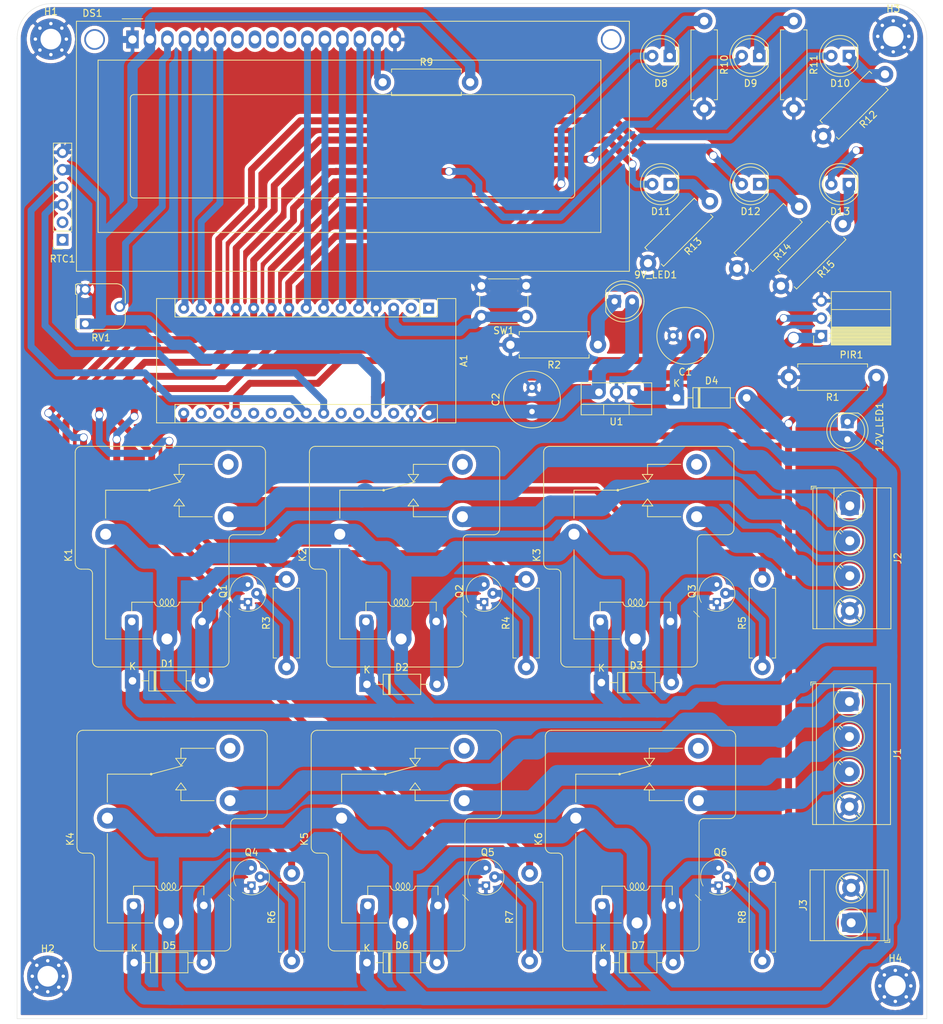
<source format=kicad_pcb>
(kicad_pcb (version 20211014) (generator pcbnew)
  (layers (0 "F.Cu" mixed) (31 "B.Cu" mixed) (34 "B.Paste" user) (35 "F.Paste" user) (36 "B.SilkS" user "B.Silkscreen") (37 "F.SilkS" user "F.Silkscreen") (38 "B.Mask" user) (39 "F.Mask" user) (44 "Edge.Cuts" user))
  (net 0 "")
  (net 1 "VCC")
  (net 2 "Net-(12V_LED1-Pad1)")
  (net 3 "Net-(9V_LED1-Pad1)")
  (net 4 "+9V")
  (net 5 "Net-(A1-Pad1)")
  (net 6 "Net-(A1-Pad17)")
  (net 7 "Net-(A1-Pad2)")
  (net 8 "Net-(A1-Pad18)")
  (net 9 "Net-(A1-Pad3)")
  (net 10 "/PIR_OUTPUT")
  (net 11 "GND")
  (net 12 "Net-(A1-Pad20)")
  (net 13 "/pin2")
  (net 14 "Net-(A1-Pad21)")
  (net 15 "/pin3")
  (net 16 "Net-(A1-Pad22)")
  (net 17 "/pin4")
  (net 18 "/SDA")
  (net 19 "/pin5")
  (net 20 "/SCL")
  (net 21 "/INPUT_1")
  (net 22 "Net-(A1-Pad25)")
  (net 23 "/INPUT_2")
  (net 24 "Net-(A1-Pad26)")
  (net 25 "/INPUT_3")
  (net 26 "+5V")
  (net 27 "/INPUT_4")
  (net 28 "Net-(A1-Pad28)")
  (net 29 "/INPUT_5")
  (net 30 "/pin11")
  (net 31 "/pin12")
  (net 32 "/INPUT_6")
  (net 33 "Net-(C1-Pad1)")
  (net 34 "Net-(D1-Pad2)")
  (net 35 "Net-(D2-Pad2)")
  (net 36 "Net-(D3-Pad2)")
  (net 37 "Net-(D5-Pad2)")
  (net 38 "Net-(D6-Pad2)")
  (net 39 "Net-(D7-Pad2)")
  (net 40 "Net-(D8-Pad1)")
  (net 41 "Net-(D9-Pad1)")
  (net 42 "Net-(D10-Pad1)")
  (net 43 "Net-(D11-Pad1)")
  (net 44 "Net-(D12-Pad1)")
  (net 45 "Net-(D13-Pad1)")
  (net 46 "/LCD_VO")
  (net 47 "Net-(DS1-Pad7)")
  (net 48 "Net-(DS1-Pad8)")
  (net 49 "Net-(DS1-Pad9)")
  (net 50 "Net-(DS1-Pad10)")
  (net 51 "Net-(DS1-Pad15)")
  (net 52 "Net-(K1-Pad12)")
  (net 53 "Net-(K2-Pad12)")
  (net 54 "Net-(K3-Pad12)")
  (net 55 "Net-(K5-Pad12)")
  (net 56 "Net-(K6-Pad12)")
  (net 57 "Net-(Q1-Pad2)")
  (net 58 "Net-(Q2-Pad2)")
  (net 59 "Net-(Q3-Pad2)")
  (net 60 "Net-(Q4-Pad2)")
  (net 61 "Net-(Q5-Pad2)")
  (net 62 "Net-(Q6-Pad2)")
  (net 63 "/32K")
  (net 64 "/SQW")
  (net 65 "Net-(K4-Pad12)")
  (net 66 "/RED_2")
  (net 67 "/AMBER_2")
  (net 68 "/GREEN_2")
  (net 69 "/GREEN_1")
  (net 70 "/AMBER_1")
  (net 71 "/RED_1")
  (footprint "LED_THT:LED_D5.0mm_Clear" (layer "F.Cu") (at 154.85 88.152 -90)
    (fp_text reference "12V_LED1")
    (fp_text value "LED_Small")
  )
  (footprint "LED_THT:LED_D5.0mm_Clear" (layer "F.Cu") (at 121.05 70.652)
    (fp_text reference "9V_LED1")
    (fp_text value "LED_Small")
  )
  (footprint "Capacitor_THT:C_Radial_D8.0mm_H11.5mm_P3.50mm" (layer "F.Cu") (at 109.05 86.652 90)
    (fp_text reference "C2")
    (fp_text value "C_Small")
  )
  (footprint "Diode_THT:D_DO-41_SOD81_P10.16mm_Horizontal" (layer "F.Cu") (at 51.054 125.73)
    (fp_text reference "D1")
    (fp_text value "1N4007")
  )
  (footprint "Diode_THT:D_DO-41_SOD81_P10.16mm_Horizontal" (layer "F.Cu") (at 85.09 126.238)
    (fp_text reference "D2")
    (fp_text value "1N4007")
  )
  (footprint "Diode_THT:D_DO-41_SOD81_P10.16mm_Horizontal" (layer "F.Cu") (at 119.126 125.984)
    (fp_text reference "D3")
    (fp_text value "1N4007")
  )
  (footprint "Diode_THT:D_DO-41_SOD81_P10.16mm_Horizontal" (layer "F.Cu") (at 130.05 84.652)
    (fp_text reference "D4")
    (fp_text value "1N4007")
  )
  (footprint "Diode_THT:D_DO-41_SOD81_P10.16mm_Horizontal" (layer "F.Cu") (at 51.304 166.624)
    (fp_text reference "D5")
    (fp_text value "1N4007")
  )
  (footprint "Diode_THT:D_DO-41_SOD81_P10.16mm_Horizontal" (layer "F.Cu") (at 85.09 166.624)
    (fp_text reference "D6")
    (fp_text value "1N4007")
  )
  (footprint "Diode_THT:D_DO-41_SOD81_P10.16mm_Horizontal" (layer "F.Cu") (at 119.38 166.624)
    (fp_text reference "D7")
    (fp_text value "1N4007")
  )
  (footprint "LED_THT:LED_D5.0mm_Clear" (layer "F.Cu") (at 129.05 35.052 180)
    (fp_text reference "D8")
    (fp_text value "LED_Small")
  )
  (footprint "LED_THT:LED_D5.0mm_Clear" (layer "F.Cu") (at 142.05 35.052 180)
    (fp_text reference "D9")
    (fp_text value "LED_Small")
  )
  (footprint "LED_THT:LED_D5.0mm_Clear" (layer "F.Cu") (at 155.05 35.052 180)
    (fp_text reference "D10")
    (fp_text value "LED_Small")
  )
  (footprint "LED_THT:LED_D5.0mm_Clear" (layer "F.Cu") (at 129.05 53.652 180)
    (fp_text reference "D11")
    (fp_text value "LED_Small")
  )
  (footprint "LED_THT:LED_D5.0mm_Clear" (layer "F.Cu") (at 142.05 53.652 180)
    (fp_text reference "D12")
    (fp_text value "LED_Small")
  )
  (footprint "LED_THT:LED_D5.0mm_Clear" (layer "F.Cu") (at 155.05 53.652 180)
    (fp_text reference "D13")
    (fp_text value "LED_Small")
  )
  (footprint "Display:WC1602A" (layer "F.Cu") (at 51.05 32.652)
    (fp_text reference "DS1")
    (fp_text value "WC1602A")
  )
  (footprint "TerminalBlock_Phoenix:TerminalBlock_Phoenix_MKDS-3-4-5.08_1x04_P5.08mm_Horizontal" (layer "F.Cu") (at 155.14 128.74 -90)
    (fp_text reference "J1")
    (fp_text value "Conn_01x04_Female")
  )
  (footprint "TerminalBlock_Phoenix:TerminalBlock_Phoenix_MKDS-3-4-5.08_1x04_P5.08mm_Horizontal" (layer "F.Cu") (at 155.194 100.33 -90)
    (fp_text reference "J2")
    (fp_text value "Conn_01x04_Female")
  )
  (footprint "TerminalBlock_Phoenix:TerminalBlock_Phoenix_MKDS-3-2-5.08_1x02_P5.08mm_Horizontal" (layer "F.Cu") (at 155.39 160.84 90)
    (fp_text reference "J3")
    (fp_text value "Conn_01x02_Female")
  )
  (footprint "Relay_THT:Relay_SPDT_RAYEX-L90" (layer "F.Cu") (at 56.05 119.652 90)
    (fp_text reference "K1")
    (fp_text value "RAYEX-L90")
  )
  (footprint "Relay_THT:Relay_SPDT_RAYEX-L90" (layer "F.Cu") (at 90.05 119.652 90)
    (fp_text reference "K2")
    (fp_text value "RAYEX-L90")
  )
  (footprint "Relay_THT:Relay_SPDT_RAYEX-L90" (layer "F.Cu") (at 124.05 119.652 90)
    (fp_text reference "K3")
    (fp_text value "RAYEX-L90")
  )
  (footprint "Relay_THT:Relay_SPDT_RAYEX-L90" (layer "F.Cu") (at 90.304 160.858 90)
    (fp_text reference "K5")
    (fp_text value "RAYEX-L90")
  )
  (footprint "Relay_THT:Relay_SPDT_RAYEX-L90" (layer "F.Cu") (at 124.304 160.858 90)
    (fp_text reference "K6")
    (fp_text value "RAYEX-L90")
  )
  (footprint "Connector_PinSocket_2.54mm:PinSocket_1x03_P2.54mm_Horizontal" (layer "F.Cu") (at 151.05 75.652 180)
    (fp_text reference "PIR1")
    (fp_text value "Conn_01x03_Female")
  )
  (footprint "digikey-footprints:TO-18-3" (layer "F.Cu") (at 67.818 114.3 90)
    (fp_text reference "Q1")
    (fp_text value "2N2222A")
  )
  (footprint "digikey-footprints:TO-18-3" (layer "F.Cu") (at 136.144 155.448 90)
    (fp_text reference "Q6")
    (fp_text value "2N2222A")
  )
  (footprint "Resistor_THT:R_Axial_DIN0411_L9.9mm_D3.6mm_P12.70mm_Horizontal" (layer "F.Cu") (at 159.05 81.652 180)
    (fp_text reference "R1")
    (fp_text value "1k")
  )
  (footprint "Resistor_THT:R_Axial_DIN0411_L9.9mm_D3.6mm_P12.70mm_Horizontal" (layer "F.Cu") (at 118.618 76.962 180)
    (fp_text reference "R2")
    (fp_text value "1k")
  )
  (footprint "Resistor_THT:R_Axial_DIN0411_L9.9mm_D3.6mm_P12.70mm_Horizontal" (layer "F.Cu") (at 73.406 123.698 90)
    (fp_text reference "R3")
    (fp_text value "2.2k")
  )
  (footprint "Resistor_THT:R_Axial_DIN0411_L9.9mm_D3.6mm_P12.70mm_Horizontal" (layer "F.Cu") (at 108.204 123.698 90)
    (fp_text reference "R4")
    (fp_text value "2.2k")
  )
  (footprint "Resistor_THT:R_Axial_DIN0411_L9.9mm_D3.6mm_P12.70mm_Horizontal" (layer "F.Cu") (at 142.494 123.698 90)
    (fp_text reference "R5")
    (fp_text value "2.2k")
  )
  (footprint "Resistor_THT:R_Axial_DIN0411_L9.9mm_D3.6mm_P12.70mm_Horizontal" (layer "F.Cu") (at 74.168 166.37 90)
    (fp_text reference "R6")
    (fp_text value "2.2k")
  )
  (footprint "Resistor_THT:R_Axial_DIN0411_L9.9mm_D3.6mm_P12.70mm_Horizontal" (layer "F.Cu") (at 108.712 166.37 90)
    (fp_text reference "R7")
    (fp_text value "2.2k")
  )
  (footprint "Resistor_THT:R_Axial_DIN0411_L9.9mm_D3.6mm_P12.70mm_Horizontal" (layer "F.Cu") (at 142.494 166.37 90)
    (fp_text reference "R8")
    (fp_text value "2.2k")
  )
  (footprint "Resistor_THT:R_Axial_DIN0411_L9.9mm_D3.6mm_P12.70mm_Horizontal" (layer "F.Cu") (at 87.376 38.862)
    (fp_text reference "R9")
    (fp_text value "220")
  )
  (footprint "Resistor_THT:R_Axial_DIN0411_L9.9mm_D3.6mm_P12.70mm_Horizontal" (layer "F.Cu") (at 134.05 29.972 -90)
    (fp_text reference "R10")
    (fp_text value "330")
  )
  (footprint "Resistor_THT:R_Axial_DIN0411_L9.9mm_D3.6mm_P12.70mm_Horizontal" (layer "F.Cu") (at 147.05 29.972 -90)
    (fp_text reference "R11")
    (fp_text value "330")
  )
  (footprint "Resistor_THT:R_Axial_DIN0411_L9.9mm_D3.6mm_P12.70mm_Horizontal" (layer "F.Cu") (at 160.3 37.7 -135)
    (fp_text reference "R12")
    (fp_text value "330")
  )
  (footprint "Resistor_THT:R_Axial_DIN0411_L9.9mm_D3.6mm_P12.70mm_Horizontal" (layer "F.Cu") (at 134.874 56.134 -135)
    (fp_text reference "R13")
    (fp_text value "330")
  )
  (footprint "Resistor_THT:R_Axial_DIN0411_L9.9mm_D3.6mm_P12.70mm_Horizontal" (layer "F.Cu") (at 154.178 59.436 -135)
    (fp_text reference "R15")
    (fp_text value "330")
  )
  (footprint "Button_Switch_THT:SW_PUSH_6mm_H13mm" (layer "F.Cu") (at 108.204 72.898 180)
    (fp_text reference "SW1")
    (fp_text value "SW_Push")
  )
  (footprint "Package_TO_SOT_THT:TO-220-3_Vertical" (layer "F.Cu") (at 123.85 83.852 180)
    (fp_text reference "U1")
    (fp_text value "L7809")
  )
  (footprint "digikey-footprints:TO-18-3" (layer "F.Cu") (at 68.326 155.448 90)
    (fp_text reference "Q4")
    (fp_text value "2N2222A")
  )
  (footprint "digikey-footprints:TO-18-3" (layer "F.Cu") (at 102.108 114.3 90)
    (fp_text reference "Q2")
    (fp_text value "2N2222A")
  )
  (footprint "digikey-footprints:TO-18-3" (layer "F.Cu") (at 102.362 155.448 90)
    (fp_text reference "Q5")
    (fp_text value "2N2222A")
  )
  (footprint "Potentiometer_THT:Potentiometer_Runtron_RM-065_Vertical" (layer "F.Cu") (at 44.196 73.914 90)
    (fp_text reference "RV1")
    (fp_text value "R_POT_10k")
  )
  (footprint "Capacitor_THT:C_Radial_D8.0mm_H11.5mm_P3.50mm" (layer "F.Cu") (at 133.05 75.652 180)
    (fp_text reference "C1")
    (fp_text value "C_Small")
  )
  (footprint "Module:Arduino_Nano" (layer "F.Cu") (at 94.05 71.652 -90)
    (fp_text reference "A1")
    (fp_text value "Arduino_Nano_v3.x")
  )
  (footprint "Resistor_THT:R_Axial_DIN0411_L9.9mm_D3.6mm_P12.70mm_Horizontal" (layer "F.Cu") (at 147.828 56.896 -135)
    (fp_text reference "R14")
    (fp_text value "330")
  )
  (footprint "Connector_PinSocket_2.54mm:PinSocket_1x06_P2.54mm_Vertical" (layer "F.Cu") (at 40.894 61.722 180)
    (fp_text reference "RTC1")
    (fp_text value "Conn_01x06_Female")
  )
  (footprint "digikey-footprints:TO-18-3" (layer "F.Cu") (at 135.89 114.3 90)
    (fp_text reference "Q3")
    (fp_text value "2N2222A")
  )
  (footprint "Relay_THT:Relay_SPDT_RAYEX-L90" (layer "F.Cu") (at 56.304 160.858 90)
    (fp_text reference "K4")
    (fp_text value "RAYEX-L90")
  )
  (footprint "MountingHole:MountingHole_3mm_Pad_Via" (layer "F.Cu") (at 39.2 32.6)
    (fp_text reference "H1")
    (fp_text value "MountingHole_Pad")
  )
  (footprint "MountingHole:MountingHole_3mm_Pad_Via" (layer "F.Cu") (at 38.75 168.6)
    (fp_text reference "H2")
    (fp_text value "MountingHole_Pad")
  )
  (footprint "MountingHole:MountingHole_3mm_Pad_Via" (layer "F.Cu") (at 161.5 32.2)
    (fp_text reference "H3")
    (fp_text value "MountingHole_Pad")
  )
  (footprint "MountingHole:MountingHole_3mm_Pad_Via" (layer "F.Cu") (at 161.8 170)
    (fp_text reference "H4")
    (fp_text value "MountingHole_Pad")
  )
  (gr_line (start 34.29 174.752) (end 34.29 32.512) (layer "Edge.Cuts") (width 0.05))
  (gr_line (start 166.37 32.512) (end 166.37 174.752) (layer "Edge.Cuts") (width 0.05))
  (gr_line (start 39.37 27.432) (end 161.29 27.432) (layer "Edge.Cuts") (width 0.05))
  (gr_arc (start 161.29 27.432) (mid 164.882102 28.919898) (end 166.37 32.512) (layer "Edge.Cuts") (width 0.05))
  (gr_arc (start 34.29 32.512) (mid 35.777898 28.919898) (end 39.37 27.432) (layer "Edge.Cuts") (width 0.05))
  (gr_line (start 166.37 174.752) (end 34.29 174.752) (layer "Edge.Cuts") (width 0.05))
  (segment (start 119.126 117.288) (end 118.95 117.112) (width 2) (layer "B.Cu") (net 1))
  (segment (start 119.126 125.984) (end 119.126 117.288) (width 2) (layer "B.Cu") (net 1))
  (segment (start 85.09 117.252) (end 84.95 117.112) (width 2) (layer "B.Cu") (net 1))
  (segment (start 85.09 126.238) (end 85.09 117.252) (width 2) (layer "B.Cu") (net 1))
  (segment (start 50.95 125.626) (end 51.054 125.73) (width 2) (layer "B.Cu") (net 1))
  (segment (start 50.95 117.112) (end 50.95 125.626) (width 2) (layer "B.Cu") (net 1))
  (segment (start 51.304 166.624) (end 51.304 158.418) (width 2) (layer "B.Cu") (net 1))
  (segment (start 85.09 158.432) (end 85.204 158.318) (width 2) (layer "B.Cu") (net 1))
  (segment (start 85.09 166.624) (end 85.09 158.432) (width 2) (layer "B.Cu") (net 1))
  (segment (start 154.85 90.692) (end 146.25 90.692) (width 2.5) (layer "B.Cu") (net 1))
  (segment (start 51.054 125.73) (end 51.054 128.83) (width 2) (layer "B.Cu") (net 1))
  (segment (start 51.304 158.418) (end 51.204 158.318) (width 2) (layer "B.Cu") (net 1))
  (segment (start 119.38 158.494) (end 119.204 158.318) (width 2) (layer "B.Cu") (net 1))
  (segment (start 51.054 128.83) (end 52.272 130.048) (width 2) (layer "B.Cu") (net 1))
  (segment (start 119.38 166.624) (end 119.38 158.494) (width 2) (layer "B.Cu") (net 1))
  (segment (start 146.25 90.692) (end 140.21 84.652) (width 2.5) (layer "B.Cu") (net 1))
  (segment (start 115.15 104.452) (end 119.664 108.966) (width 3) (layer "B.Cu") (net 1))
  (segment (start 119.664 108.966) (end 122.682 108.966) (width 3) (layer "B.Cu") (net 1))
  (segment (start 96.266 147.828) (end 113.234 147.828) (width 3) (layer "B.Cu") (net 1))
  (segment (start 75.126 104.452) (end 81.15 104.452) (width 3) (layer "B.Cu") (net 1))
  (segment (start 124.05 110.334) (end 124.05 119.652) (width 3) (layer "B.Cu") (net 1))
  (segment (start 87.376 148.844) (end 90.304 151.772) (width 3) (layer "B.Cu") (net 1))
  (segment (start 122.682 108.966) (end 124.05 110.334) (width 3) (layer "B.Cu") (net 1))
  (segment (start 90.05 109.1) (end 95.878 109.1) (width 3) (layer "B.Cu") (net 1))
  (segment (start 84.59 148.844) (end 87.376 148.844) (width 3) (layer "B.Cu") (net 1))
  (segment (start 56.304 150.284) (end 56.304 160.858) (width 3) (layer "B.Cu") (net 1))
  (segment (start 76.592 145.658) (end 79.28268 145.658) (width 3) (layer "B.Cu") (net 1))
  (segment (start 90.304 151.772) (end 92.322 151.772) (width 3) (layer "B.Cu") (net 1))
  (segment (start 49.52532 145.658) (end 53.72732 149.86) (width 3) (layer "B.Cu") (net 1))
  (segment (start 53.72732 149.86) (end 55.88 149.86) (width 3) (layer "B.Cu") (net 1))
  (segment (start 79.28268 145.658) (end 81.404 145.658) (width 3) (layer "B.Cu") (net 1))
  (segment (start 113.234 147.828) (end 115.404 145.658) (width 3) (layer "B.Cu") (net 1))
  (segment (start 92.322 151.772) (end 96.266 147.828) (width 3) (layer "B.Cu") (net 1))
  (segment (start 49.27132 104.452) (end 52.76932 107.95) (width 3) (layer "B.Cu") (net 1))
  (segment (start 73.66 148.59) (end 76.592 145.658) (width 3) (layer "B.Cu") (net 1))
  (segment (start 60.282 109.136) (end 62.23 107.188) (width 3) (layer "B.Cu") (net 1))
  (segment (start 72.39 107.188) (end 75.126 104.452) (width 3) (layer "B.Cu") (net 1))
  (segment (start 90.05 109.1) (end 90.05 119.652) (width 3) (layer "B.Cu") (net 1))
  (segment (start 87.884 106.934) (end 90.05 109.1) (width 3) (layer "B.Cu") (net 1))
  (segment (start 62.738 149.86) (end 64.008 148.59) (width 3) (layer "B.Cu") (net 1))
  (segment (start 95.878 109.1) (end 98.044 106.934) (width 3) (layer "B.Cu") (net 1))
  (segment (start 54.864 107.95) (end 56.05 109.136) (width 3) (layer "B.Cu") (net 1))
  (segment (start 64.008 148.59) (end 73.66 148.59) (width 3) (layer "B.Cu") (net 1))
  (segment (start 47.15 104.452) (end 49.27132 104.452) (width 3) (layer "B.Cu") (net 1))
  (segment (start 56.05 109.136) (end 60.282 109.136) (width 3) (layer "B.Cu") (net 1))
  (segment (start 85.75332 106.934) (end 87.884 106.934) (width 3) (layer "B.Cu") (net 1))
  (segment (start 115.15 104.452) (end 113.650001 105.951999) (width 3) (layer "B.Cu") (net 1))
  (segment (start 112.776 106.934) (end 98.044 106.934) (width 3) (layer "B.Cu") (net 1))
  (segment (start 113.650001 105.951999) (end 113.650001 106.059999) (width 3) (layer "B.Cu") (net 1))
  (segment (start 113.650001 106.059999) (end 112.776 106.934) (width 3) (layer "B.Cu") (net 1))
  (segment (start 117.52532 145.658) (end 120.45732 148.59) (width 3) (layer "B.Cu") (net 1))
  (segment (start 56.05 109.136) (end 56.05 119.652) (width 3) (layer "B.Cu") (net 1))
  (segment (start 62.23 107.188) (end 72.39 107.188) (width 3) (layer "B.Cu") (net 1))
  (segment (start 83.27132 104.452) (end 85.75332 106.934) (width 3) (layer "B.Cu") (net 1))
  (segment (start 81.15 104.452) (end 83.27132 104.452) (width 3) (layer "B.Cu") (net 1))
  (segment (start 90.304 151.772) (end 90.304 160.858) (width 3) (layer "B.Cu") (net 1))
  (segment locked (start 55.88 149.86) (end 62.738 149.86) (width 3) (layer "B.Cu") (net 1))
  (segment (start 55.88 149.86) (end 56.304 150.284) (width 3) (layer "B.Cu") (net 1))
  (segment (start 115.404 145.658) (end 117.52532 145.658) (width 3) (layer "B.Cu") (net 1))
  (segment (start 120.45732 148.59) (end 122.682 148.59) (width 3) (layer "B.Cu") (net 1))
  (segment (start 124.304 150.212) (end 124.304 160.858) (width 3) (layer "B.Cu") (net 1))
  (segment (start 47.404 145.658) (end 49.52532 145.658) (width 3) (layer "B.Cu") (net 1))
  (segment (start 52.76932 107.95) (end 54.864 107.95) (width 3) (layer "B.Cu") (net 1))
  (segment (start 81.404 145.658) (end 84.59 148.844) (width 3) (layer "B.Cu") (net 1))
  (segment (start 122.682 148.59) (end 124.304 150.212) (width 3) (layer "B.Cu") (net 1))
  (segment (start 128.733926 171.733926) (end 151.095596 171.695596) (width 2) (layer "B.Cu") (net 1))
  (segment (start 158.66 165.7) (end 160.58 163.78) (width 2) (layer "B.Cu") (net 1))
  (segment (start 160.58 159.95) (end 160.58 122.18) (width 3) (layer "B.Cu") (net 1))
  (segment (start 85.138 126.238) (end 88.948 130.048) (width 2) (layer "B.Cu") (net 1))
  (segment (start 58.250608 171.749392) (end 56.54 171.75) (width 2) (layer "B.Cu") (net 1))
  (segment (start 145.708 127.762) (end 136.906 127.762) (width 3) (layer "B.Cu") (net 1))
  (segment (start 59.848 130.048) (end 88.948 130.048) (width 2) (layer "B.Cu") (net 1))
  (segment (start 160.58 95.71) (end 158.44 93.57) (width 3) (layer "B.Cu") (net 1))
  (segment (start 160.58 122.18) (end 160.58 119.2) (width 3) (layer "B.Cu") (net 1))
  (segment (start 119.126 127.326) (end 121.848 130.048) (width 2) (layer "B.Cu") (net 1))
  (segment (start 51.304 170.214) (end 51.304 166.624) (width 2) (layer "B.Cu") (net 1))
  (segment (start 121.848 130.048) (end 127.248 130.048) (width 2) (layer "B.Cu") (net 1))
  (segment (start 81.841018 171.741018) (end 93.251698 171.741018) (width 2) (layer "B.Cu") (net 1))
  (segment (start 158.44 93.57) (end 154.85 90.692) (width 2.5) (layer "B.Cu") (net 1))
  (segment (start 151.504404 171.695596) (end 157.5 165.7) (width 2) (layer "B.Cu") (net 1))
  (segment (start 88.948 130.048) (end 94.448 130.048) (width 2) (layer "B.Cu") (net 1))
  (segment (start 159.69 160.84) (end 160.58 159.95) (width 3) (layer "B.Cu") (net 1))
  (segment (start 85.09 169.01) (end 85.09 169.29) (width 2) (layer "B.Cu") (net 1))
  (segment (start 56.05 126.05) (end 56.05 119.652) (width 2) (layer "B.Cu") (net 1))
  (segment (start 152.04 122.18) (end 148.19 126.03) (width 3) (layer "B.Cu") (net 1))
  (segment (start 85.09 166.624) (end 85.09 169.01) (width 2) (layer "B.Cu") (net 1))
  (segment (start 55.588 130.048) (end 59.848 130.048) (width 2) (layer "B.Cu") (net 1))
  (segment (start 90.304 160.858) (end 90.304 168.79332) (width 2) (layer "B.Cu") (net 1))
  (segment (start 127.248 130.048) (end 128.994767 130.048) (width 2) (layer "B.Cu") (net 1))
  (segment (start 125.08019 171.74019) (end 122.444708 171.744708) (width 2) (layer "B.Cu") (net 1))
  (segment (start 52.272 130.048) (end 55.588 130.048) (width 2) (layer "B.Cu") (net 1))
  (segment (start 52.78 171.69) (end 51.304 170.214) (width 2) (layer "B.Cu") (net 1))
  (segment (start 56.05 126.25) (end 59.848 130.048) (width 2) (layer "B.Cu") (net 1))
  (segment (start 160.58 122.18) (end 152.04 122.18) (width 3) (layer "B.Cu") (net 1))
  (segment (start 81.841018 171.741018) (end 82.358982 171.741018) (width 2) (layer "B.Cu") (net 1))
  (segment (start 94.448 130.048) (end 121.848 130.048) (width 2) (layer "B.Cu") (net 1))
  (segment (start 132.962 127.762) (end 131.79801 128.92599) (width 2) (layer "B.Cu") (net 1))
  (segment (start 119.13039 171.75039) (end 93.30534 171.79466) (width 2) (layer "B.Cu") (net 1))
  (segment (start 90.05 119.652) (end 90.05 125.65) (width 2) (layer "B.Cu") (net 1))
  (segment (start 124.304 167.304) (end 128.733926 171.733926) (width 2) (layer "B.Cu") (net 1))
  (segment (start 119.38 166.624) (end 119.38 168.68) (width 2) (layer "B.Cu") (net 1))
  (segment (start 81.841018 171.741018) (end 58.250608 171.749392) (width 2) (layer "B.Cu") (net 1))
  (segment (start 148.19 126.03) (end 147.44 126.03) (width 3) (layer "B.Cu") (net 1))
  (segment (start 56.304 169.802784) (end 58.250608 171.749392) (width 2) (layer "B.Cu") (net 1))
  (segment (start 124.05 126.85) (end 127.248 130.048) (width 2) (layer "B.Cu") (net 1))
  (segment (start 93.251698 171.741018) (end 93.30534 171.79466) (width 2) (layer "B.Cu") (net 1))
  (segment (start 119.126 125.984) (end 119.126 127.326) (width 2) (layer "B.Cu") (net 1))
  (segment (start 85.09 126.238) (end 85.138 126.238) (width 2) (layer "B.Cu") (net 1))
  (segment (start 90.05 125.65) (end 94.448 130.048) (width 2) (layer "B.Cu") (net 1))
  (segment (start 130.116777 128.92599) (end 128.994767 130.048) (width 2) (layer "B.Cu") (net 1))
  (segment (start 85.09 169.29) (end 87.571328 171.771328) (width 2) (layer "B.Cu") (net 1))
  (segment (start 122.444708 171.744708) (end 119.13039 171.75039) (width 2) (layer "B.Cu") (net 1))
  (segment (start 90.304 168.79332) (end 93.251698 171.741018) (width 2) (layer "B.Cu") (net 1))
  (segment (start 56.05 126.05) (end 56.05 126.25) (width 2) (layer "B.Cu") (net 1))
  (segment (start 125.08019 171.74019) (end 128.733926 171.733926) (width 2) (layer "B.Cu") (net 1))
  (segment (start 124.05 119.652) (end 124.05 126.85) (width 2) (layer "B.Cu") (net 1))
  (segment (start 124.304 160.858) (end 124.304 167.304) (width 2) (layer "B.Cu") (net 1))
  (segment (start 56.304 160.858) (end 56.304 169.802784) (width 2) (layer "B.Cu") (net 1))
  (segment (start 160.58 119.2) (end 160.58 95.71) (width 3) (layer "B.Cu") (net 1))
  (segment (start 160.58 163.78) (end 160.58 159.95) (width 2) (layer "B.Cu") (net 1))
  (segment (start 147.44 126.03) (end 145.708 127.762) (width 3) (layer "B.Cu") (net 1))
  (segment (start 151.095596 171.695596) (end 151.504404 171.695596) (width 2) (layer "B.Cu") (net 1))
  (segment (start 155.39 160.84) (end 159.69 160.84) (width 3) (layer "B.Cu") (net 1))
  (segment (start 131.79801 128.92599) (end 130.116777 128.92599) (width 2) (layer "B.Cu") (net 1))
  (segment (start 56.54 171.75) (end 52.78 171.69) (width 2) (layer "B.Cu") (net 1))
  (segment (start 136.906 127.762) (end 132.962 127.762) (width 2) (layer "B.Cu") (net 1))
  (segment (start 157.5 165.7) (end 158.66 165.7) (width 2) (layer "B.Cu") (net 1))
  (segment (start 119.38 168.68) (end 122.444708 171.744708) (width 2) (layer "B.Cu") (net 1))
  (segment (start 154.85 88.152) (end 154.85 87.72) (width 2) (layer "B.Cu") (net 2))
  (segment (start 154.85 87.72) (end 159.05 83.52) (width 2) (layer "B.Cu") (net 2))
  (segment (start 159.05 83.52) (end 159.05 81.652) (width 2) (layer "B.Cu") (net 2))
  (segment (start 118.618 73.084) (end 121.05 70.652) (width 2) (layer "B.Cu") (net 3))
  (segment (start 118.618 76.962) (end 118.618 73.084) (width 2) (layer "B.Cu") (net 3))
  (segment (start 123.59 78.594) (end 122.174 80.01) (width 2) (layer "B.Cu") (net 4))
  (segment (start 118.77 83.852) (end 115.8175 83.852) (width 2) (layer "B.Cu") (net 4))
  (segment (start 94.29 86.652) (end 94.05 86.892) (width 2) (layer "B.Cu") (net 4))
  (segment (start 119.612 80.01) (end 118.77 80.852) (width 2) (layer "B.Cu") (net 4))
  (segment (start 122.174 80.01) (end 119.612 80.01) (width 2) (layer "B.Cu") (net 4))
  (segment (start 109.05 86.652) (end 94.29 86.652) (width 2) (layer "B.Cu") (net 4))
  (segment (start 123.59 70.652) (end 123.59 78.594) (width 2) (layer "B.Cu") (net 4))
  (segment (start 118.77 80.852) (end 118.77 83.852) (width 2) (layer "B.Cu") (net 4))
  (segment (start 115.8175 83.852) (end 113.0175 86.652) (width 2) (layer "B.Cu") (net 4))
  (segment (start 113.0175 86.652) (end 109.05 86.652) (width 2) (layer "B.Cu") (net 4))
  (segment (start 88.97 73.984) (end 88.97 71.652) (width 1.5) (layer "B.Cu") (net 9))
  (segment (start 89.916 74.93) (end 88.97 73.984) (width 1.5) (layer "B.Cu") (net 9))
  (segment (start 98.552 74.93) (end 89.916 74.93) (width 1.5) (layer "B.Cu") (net 9))
  (segment (start 101.704 72.898) (end 100.704001 73.897999) (width 1.5) (layer "B.Cu") (net 9))
  (segment (start 100.704001 73.897999) (end 99.584001 73.897999) (width 1.5) (layer "B.Cu") (net 9))
  (segment (start 99.584001 73.897999) (end 98.552 74.93) (width 1.5) (layer "B.Cu") (net 9))
  (segment (start 108.204 72.898) (end 101.704 72.898) (width 1.5) (layer "B.Cu") (net 9))
  (segment (start 81.28 79.248) (end 77.978 82.55) (width 1) (layer "F.Cu") (net 10))
  (segment (start 139.446 79.248) (end 81.28 79.248) (width 1) (layer "F.Cu") (net 10))
  (segment (start 145.582 73.112) (end 139.446 79.248) (width 1) (layer "F.Cu") (net 10))
  (segment (start 66.11 84.512) (end 66.11 86.892) (width 1) (layer "F.Cu") (net 10))
  (segment (start 68.072 82.55) (end 66.11 84.512) (width 1) (layer "F.Cu") (net 10))
  (segment (start 77.978 82.55) (end 68.072 82.55) (width 1) (layer "F.Cu") (net 10))
  (segment (start 145.582 73.112) (end 145.582 73.112) (width 1) (layer "F.Cu") (net 10))
  (via (at 145.582 73.112) (size 1.2) (drill 1) (layers "F.Cu" "B.Cu") (net 10))
  (segment (start 145.582 73.112) (end 151.05 73.112) (width 1) (layer "B.Cu") (net 10))
  (segment (start 49.15 32.652) (end 51.05 32.652) (width 1) (layer "B.Cu") (net 11))
  (segment (start 47.750901 42.165099) (end 47.750901 34.051099) (width 1) (layer "B.Cu") (net 11))
  (segment (start 110.998 76.962) (end 105.918 76.962) (width 2) (layer "B.Cu") (net 11))
  (segment (start 112.522 75.438) (end 110.998 76.962) (width 2) (layer "B.Cu") (net 11))
  (segment (start 108.204 68.398) (end 111.07 68.398) (width 2) (layer "B.Cu") (net 11))
  (segment (start 88.532 67.31) (end 100.616 67.31) (width 1.5) (layer "B.Cu") (net 11))
  (segment (start 108.204 68.398) (end 101.704 68.398) (width 1.5) (layer "B.Cu") (net 11))
  (segment (start 111.07 68.398) (end 112.522 69.85) (width 2) (layer "B.Cu") (net 11))
  (segment (start 47.750901 34.051099) (end 49.15 32.652) (width 1) (layer "B.Cu") (net 11))
  (segment (start 86.43 71.652) (end 86.43 69.412) (width 1.5) (layer "B.Cu") (net 11))
  (segment (start 86.43 69.412) (end 88.532 67.31) (width 1.5) (layer "B.Cu") (net 11))
  (segment (start 112.522 69.85) (end 112.522 75.438) (width 2) (layer "B.Cu") (net 11))
  (segment (start 100.616 67.31) (end 101.704 68.398) (width 1.5) (layer "B.Cu") (net 11))
  (segment (start 40.894 49.022) (end 47.750901 42.165099) (width 1) (layer "B.Cu") (net 11))
  (segment (start 84.07 71.472) (end 83.89 71.652) (width 1) (layer "B.Cu") (net 13))
  (segment (start 84.07 32.652) (end 84.07 71.472) (width 1) (layer "B.Cu") (net 13))
  (segment (start 81.53 32.652) (end 81.53 71.472) (width 1) (layer "B.Cu") (net 15))
  (segment (start 81.53 71.472) (end 81.35 71.652) (width 1) (layer "B.Cu") (net 15))
  (segment (start 78.99 32.652) (end 78.99 71.472) (width 1) (layer "B.Cu") (net 17))
  (segment (start 78.99 71.472) (end 78.81 71.652) (width 1) (layer "B.Cu") (net 17))
  (segment (start 74.14401 84.76601) (end 56.57201 84.76601) (width 1) (layer "B.Cu") (net 18))
  (segment (start 52.832 81.026) (end 40.132 81.026) (width 1) (layer "B.Cu") (net 18))
  (segment (start 56.57201 84.76601) (end 52.832 81.026) (width 1) (layer "B.Cu") (net 18))
  (segment (start 39.691919 54.102) (end 40.894 54.102) (width 1) (layer "B.Cu") (net 18))
  (segment (start 36.322 57.471919) (end 39.691919 54.102) (width 1) (layer "B.Cu") (net 18))
  (segment (start 40.132 81.026) (end 36.322 77.216) (width 1) (layer "B.Cu") (net 18))
  (segment (start 36.322 77.216) (end 36.322 57.471919) (width 1) (layer "B.Cu") (net 18))
  (segment (start 76.27 86.892) (end 74.14401 84.76601) (width 1) (layer "B.Cu") (net 18))
  (segment (start 76.45 32.652) (end 76.45 71.472) (width 1) (layer "B.Cu") (net 19))
  (segment (start 76.45 71.472) (end 76.27 71.652) (width 1) (layer "B.Cu") (net 19))
  (segment (start 38.354 74.168) (end 38.354 57.979919) (width 1) (layer "B.Cu") (net 20))
  (segment (start 78.81 85.16) (end 74.676 81.026) (width 1) (layer "B.Cu") (net 20))
  (segment (start 57.658 81.026) (end 54.864 78.232) (width 1) (layer "B.Cu") (net 20))
  (segment (start 39.691919 56.642) (end 40.894 56.642) (width 1) (layer "B.Cu") (net 20))
  (segment (start 38.354 57.979919) (end 39.691919 56.642) (width 1) (layer "B.Cu") (net 20))
  (segment (start 42.418 78.232) (end 38.354 74.168) (width 1) (layer "B.Cu") (net 20))
  (segment (start 54.864 78.232) (end 42.418 78.232) (width 1) (layer "B.Cu") (net 20))
  (segment (start 78.81 86.892) (end 78.81 85.16) (width 1) (layer "B.Cu") (net 20))
  (segment (start 74.676 81.026) (end 57.658 81.026) (width 1) (layer "B.Cu") (net 20))
  (segment (start 113.284 53.594) (end 113.284 53.594) (width 1) (layer "F.Cu") (net 21))
  (segment (start 64.77 83.312) (end 68.326 79.756) (width 1) (layer "F.Cu") (net 21))
  (segment (start 51.308 86.36) (end 54.356 83.312) (width 1) (layer "F.Cu") (net 21))
  (segment (start 62.738 108.458) (end 53.848 99.568) (width 1) (layer "F.Cu") (net 21))
  (segment (start 68.58 79.756) (end 73.73 74.606) (width 1) (layer "F.Cu") (net 21))
  (segment (start 51.308 86.36) (end 51.308 87.376) (width 1) (layer "F.Cu") (net 21))
  (segment (start 48.768 95.25) (end 48.768 90.678) (width 1) (layer "F.Cu") (net 21))
  (segment (start 69.168944 108.458) (end 62.738 108.458) (width 1) (layer "F.Cu") (net 21))
  (segment (start 52.324 99.568) (end 48.768 96.012) (width 1) (layer "F.Cu") (net 21))
  (segment (start 73.73 74.606) (end 73.73 71.652) (width 1) (layer "F.Cu") (net 21))
  (segment (start 68.326 79.756) (end 68.58 79.756) (width 1) (layer "F.Cu") (net 21))
  (segment (start 51.308 87.376) (end 51.308 87.376) (width 1) (layer "F.Cu") (net 21))
  (segment (start 48.768 90.678) (end 48.768 90.678) (width 1) (layer "F.Cu") (net 21))
  (segment (start 73.73 71.652) (end 73.73 68.002) (width 1) (layer "F.Cu") (net 21))
  (segment (start 71.708944 110.998) (end 69.168944 108.458) (width 1) (layer "F.Cu") (net 21))
  (segment (start 105.664 61.214) (end 113.284 53.594) (width 1) (layer "F.Cu") (net 21))
  (segment (start 73.73 68.002) (end 80.518 61.214) (width 1) (layer "F.Cu") (net 21))
  (segment (start 73.406 110.998) (end 71.708944 110.998) (width 1) (layer "F.Cu") (net 21))
  (segment (start 53.848 99.568) (end 52.324 99.568) (width 1) (layer "F.Cu") (net 21))
  (segment (start 48.768 96.012) (end 48.768 95.25) (width 1) (layer "F.Cu") (net 21))
  (segment (start 80.518 61.214) (end 105.664 61.214) (width 1) (layer "F.Cu") (net 21))
  (segment (start 54.356 83.312) (end 64.77 83.312) (width 1) (layer "F.Cu") (net 21))
  (via (at 51.308 87.376) (size 1.2) (drill 1) (layers "F.Cu" "B.Cu") (net 21))
  (via (at 48.768 90.678) (size 1.2) (drill 1) (layers "F.Cu" "B.Cu") (net 21))
  (via (at 113.284 53.594) (size 1.2) (drill 1) (layers "F.Cu" "B.Cu") (net 21))
  (segment (start 51.308 87.376) (end 51.308 87.376) (width 1) (layer "B.Cu") (net 21))
  (segment (start 48.768 90.678) (end 48.768 90.678) (width 1) (layer "B.Cu") (net 21))
  (segment (start 113.284 53.594) (end 113.284 53.594) (width 1) (layer "B.Cu") (net 21))
  (segment (start 48.768 89.916) (end 51.308 87.376) (width 1) (layer "B.Cu") (net 21))
  (segment (start 48.768 90.678) (end 48.768 89.916) (width 1) (layer "B.Cu") (net 21))
  (segment (start 123.952 35.052) (end 113.284 45.72) (width 1) (layer "B.Cu") (net 21))
  (segment (start 126.51 35.052) (end 123.952 35.052) (width 1) (layer "B.Cu") (net 21))
  (segment (start 113.284 45.72) (end 113.284 53.594) (width 1) (layer "B.Cu") (net 21))
  (segment (start 117.602 50.038) (end 117.602 50.038) (width 1) (layer "F.Cu") (net 23))
  (segment (start 71.19 71.652) (end 71.19 65.97) (width 1) (layer "F.Cu") (net 23))
  (segment (start 73.47599 107.25799) (end 71.628 105.41) (width 1) (layer "F.Cu") (net 23))
  (segment (start 108.204 110.998) (end 106.506944 110.998) (width 1) (layer "F.Cu") (net 23))
  (segment (start 106.506944 110.998) (end 102.766934 107.25799) (width 1) (layer "F.Cu") (net 23))
  (segment (start 81.28 55.88) (end 105.156 55.88) (width 1) (layer "F.Cu") (net 23))
  (segment (start 67.31 77.978) (end 71.19 74.098) (width 1) (layer "F.Cu") (net 23))
  (segment (start 71.628 105.41) (end 63.754 105.41) (width 1) (layer "F.Cu") (net 23))
  (segment (start 53.848 92.71) (end 48.514 87.376) (width 1) (layer "F.Cu") (net 23))
  (segment (start 48.514 86.614) (end 53.594 81.534) (width 1) (layer "F.Cu") (net 23))
  (segment (start 66.294 77.978) (end 67.31 77.978) (width 1) (layer "F.Cu") (net 23))
  (segment (start 48.514 87.376) (end 48.514 86.614) (width 1) (layer "F.Cu") (net 23))
  (segment (start 71.19 65.97) (end 77.216 59.944) (width 1) (layer "F.Cu") (net 23))
  (segment (start 107.95 53.086) (end 110.998 50.038) (width 1) (layer "F.Cu") (net 23))
  (segment (start 53.594 81.534) (end 62.738 81.534) (width 1) (layer "F.Cu") (net 23))
  (segment (start 53.848 95.504) (end 53.848 92.71) (width 1) (layer "F.Cu") (net 23))
  (segment (start 62.738 81.534) (end 66.294 77.978) (width 1) (layer "F.Cu") (net 23))
  (segment (start 105.156 55.88) (end 110.998 50.038) (width 1) (layer "F.Cu") (net 23))
  (segment (start 77.216 59.944) (end 81.28 55.88) (width 1) (layer "F.Cu") (net 23))
  (segment (start 71.19 74.098) (end 71.19 71.652) (width 1) (layer "F.Cu") (net 23))
  (segment (start 110.998 50.038) (end 117.602 50.038) (width 1) (layer "F.Cu") (net 23))
  (segment (start 102.766934 107.25799) (end 73.47599 107.25799) (width 1) (layer "F.Cu") (net 23))
  (segment (start 63.754 105.41) (end 53.848 95.504) (width 1) (layer "F.Cu") (net 23))
  (via (at 117.602 50.038) (size 1.2) (drill 1) (layers "F.Cu" "B.Cu") (net 23))
  (segment (start 122.682 44.958) (end 117.602 50.038) (width 1) (layer "B.Cu") (net 23))
  (segment (start 117.602 50.038) (end 117.602 50.038) (width 1) (layer "B.Cu") (net 23))
  (segment (start 139.51 35.052) (end 138.610001 35.951999) (width 1) (layer "B.Cu") (net 23))
  (segment (start 135.244001 35.951999) (end 126.238 44.958) (width 1) (layer "B.Cu") (net 23))
  (segment (start 126.238 44.958) (end 122.682 44.958) (width 1) (layer "B.Cu") (net 23))
  (segment (start 138.610001 35.951999) (end 136.260001 35.951999) (width 1) (layer "B.Cu") (net 23))
  (segment (start 136.260001 35.951999) (end 135.244001 35.951999) (width 1) (layer "B.Cu") (net 23))
  (segment (start 118.364 98.044) (end 127.508 107.188) (width 1) (layer "F.Cu") (net 25))
  (segment (start 74.422 57.15) (end 79.756 51.816) (width 1) (layer "F.Cu") (net 25))
  (segment (start 142.494 109.300944) (end 142.494 110.998) (width 1) (layer "F.Cu") (net 25))
  (segment (start 127.508 107.188) (end 140.381056 107.188) (width 1) (layer "F.Cu") (net 25))
  (segment (start 56.388 90.932) (end 56.388 94.488) (width 1) (layer "F.Cu") (net 25))
  (segment (start 46.228 87.122) (end 46.228 87.122) (width 1) (layer "F.Cu") (net 25))
  (segment (start 59.944 98.044) (end 118.364 98.044) (width 1) (layer "F.Cu") (net 25))
  (segment (start 56.388 94.488) (end 59.944 98.044) (width 1) (layer "F.Cu") (net 25))
  (segment (start 48.006 84.328) (end 46.228 86.106) (width 1) (layer "F.Cu") (net 25))
  (segment (start 74.422 58.928) (end 74.422 57.15) (width 1) (layer "F.Cu") (net 25))
  (segment (start 62.23 79.502) (end 65.786 75.946) (width 1) (layer "F.Cu") (net 25))
  (segment (start 46.228 86.106) (end 46.228 87.122) (width 1) (layer "F.Cu") (net 25))
  (segment (start 68.65 64.7) (end 74.422 58.928) (width 1) (layer "F.Cu") (net 25))
  (segment (start 52.832 79.502) (end 62.23 79.502) (width 1) (layer "F.Cu") (net 25))
  (segment (start 68.65 74.098) (end 68.65 71.652) (width 1) (layer "F.Cu") (net 25))
  (segment (start 140.381056 107.188) (end 142.494 109.300944) (width 1) (layer "F.Cu") (net 25))
  (segment (start 68.65 71.652) (end 68.65 64.7) (width 1) (layer "F.Cu") (net 25))
  (segment (start 48.006 84.328) (end 52.832 79.502) (width 1) (layer "F.Cu") (net 25))
  (segment (start 66.802 75.946) (end 68.65 74.098) (width 1) (layer "F.Cu") (net 25))
  (segment (start 56.388 90.932) (end 56.388 90.932) (width 1) (layer "F.Cu") (net 25))
  (segment (start 65.786 75.946) (end 66.802 75.946) (width 1) (layer "F.Cu") (net 25))
  (segment (start 80.6 51.8) (end 80.584 51.816) (width 1) (layer "F.Cu") (net 25))
  (segment (start 79.756 51.816) (end 80.584 51.816) (width 1) (layer "F.Cu") (net 25))
  (segment (start 97 51.8) (end 80.6 51.8) (width 1) (layer "F.Cu") (net 25))
  (via (at 46.228 87.122) (size 1.2) (drill 1) (layers "F.Cu" "B.Cu") (net 25))
  (via (at 56.388 90.932) (size 1.2) (drill 1) (layers "F.Cu" "B.Cu") (net 25))
  (via (at 97 51.8) (size 1.2) (drill 1) (layers "F.Cu" "B.Cu") (net 25))
  (segment (start 46.228 87.122) (end 46.228 87.122) (width 1) (layer "B.Cu") (net 25))
  (segment (start 55.539472 90.932) (end 53.761472 92.71) (width 1) (layer "B.Cu") (net 25))
  (segment (start 56.388 90.932) (end 55.539472 90.932) (width 1) (layer "B.Cu") (net 25))
  (segment (start 53.761472 92.71) (end 47.752 92.71) (width 1) (layer "B.Cu") (net 25))
  (segment (start 46.228 91.186) (end 46.228 87.122) (width 1) (layer "B.Cu") (net 25))
  (segment (start 47.752 92.71) (end 46.228 91.186) (width 1) (layer "B.Cu") (net 25))
  (segment (start 113.19 58.42) (end 124.84 46.77) (width 1) (layer "B.Cu") (net 25))
  (segment (start 101.346 53.454) (end 101.346 54.864) (width 1) (layer "B.Cu") (net 25))
  (segment (start 149.352 35.052) (end 152.51 35.052) (width 1) (layer "B.Cu") (net 25))
  (segment (start 124.84 46.77) (end 137.7 46.77) (width 1) (layer "B.Cu") (net 25))
  (segment (start 104.902 58.42) (end 113.19 58.42) (width 1) (layer "B.Cu") (net 25))
  (segment (start 56.388 90.932) (end 56.388 90.932) (width 1) (layer "B.Cu") (net 25))
  (segment (start 101.346 54.864) (end 104.902 58.42) (width 1) (layer "B.Cu") (net 25))
  (segment (start 97 51.8) (end 99.692 51.8) (width 1) (layer "B.Cu") (net 25))
  (segment (start 137.7 46.77) (end 149.352 35.052) (width 1) (layer "B.Cu") (net 25))
  (segment (start 99.692 51.8) (end 101.346 53.454) (width 1) (layer "B.Cu") (net 25))
  (segment (start 86.43 84.512) (end 89.540001 81.401999) (width 1.5) (layer "F.Cu") (net 26))
  (segment (start 86.43 86.892) (end 86.43 84.512) (width 1.5) (layer "F.Cu") (net 26))
  (segment (start 141.610001 81.401999) (end 147.036 75.976) (width 1.5) (layer "F.Cu") (net 26))
  (segment (start 89.540001 81.401999) (end 141.610001 81.401999) (width 1.5) (layer "F.Cu") (net 26))
  (via (at 147.036 75.976) (size 1.8) (drill 1.5) (layers "F.Cu" "B.Cu") (net 26))
  (segment (start 46.482 73.403) (end 46.482 61.214) (width 1) (layer "B.Cu") (net 26))
  (segment (start 53.59 29.852) (end 53.59 32.652) (width 1.5) (layer "B.Cu") (net 26))
  (segment (start 100.076 38.862) (end 100.076 36.322) (width 1.5) (layer "B.Cu") (net 26))
  (segment (start 46.471 73.914) (end 46.482 73.903) (width 1.5) (layer "B.Cu") (net 26))
  (segment (start 56.896 76.962) (end 53.337 73.403) (width 1.5) (layer "B.Cu") (net 26))
  (segment (start 93.218 29.464) (end 53.978 29.464) (width 1.5) (layer "B.Cu") (net 26))
  (segment (start 46.471 61.225) (end 46.482 60.96) (width 1.5) (layer "B.Cu") (net 26))
  (segment (start 61.214 78.994) (end 59.182 76.962) (width 1.5) (layer "B.Cu") (net 26))
  (segment (start 53.59 34.04) (end 51.054 36.576) (width 1.5) (layer "B.Cu") (net 26))
  (segment (start 46.482 60.96) (end 46.736 60.96) (width 1.5) (layer "B.Cu") (net 26))
  (segment (start 59.182 76.962) (end 56.896 76.962) (width 1.5) (layer "B.Cu") (net 26))
  (segment (start 46.736 60.96) (end 51.054 56.642) (width 1.5) (layer "B.Cu") (net 26))
  (segment (start 100.076 36.322) (end 93.218 29.464) (width 1.5) (layer "B.Cu") (net 26))
  (segment (start 46.471 73.914) (end 46.471 61.225) (width 1.5) (layer "B.Cu") (net 26))
  (segment (start 51.054 56.642) (end 51.054 39.878) (width 1.5) (layer "B.Cu") (net 26))
  (segment (start 44.196 73.914) (end 46.471 73.914) (width 1.5) (layer "B.Cu") (net 26))
  (segment (start 53.337 73.403) (end 46.482 73.403) (width 1.5) (layer "B.Cu") (net 26))
  (segment (start 86.43 86.892) (end 86.43 81.35) (width 1.5) (layer "B.Cu") (net 26))
  (segment (start 46.482 55.947919) (end 46.482 60.96) (width 1.5) (layer "B.Cu") (net 26))
  (segment (start 40.894 51.562) (end 42.096081 51.562) (width 1.5) (layer "B.Cu") (net 26))
  (segment (start 51.054 36.576) (end 51.054 39.878) (width 1.5) (layer "B.Cu") (net 26))
  (segment (start 86.43 81.35) (end 84.074 78.994) (width 1.5) (layer "B.Cu") (net 26))
  (segment (start 42.096081 51.562) (end 46.482 55.947919) (width 1.5) (layer "B.Cu") (net 26))
  (segment (start 53.59 32.652) (end 53.59 34.04) (width 1.5) (layer "B.Cu") (net 26))
  (segment (start 53.978 29.464) (end 53.59 29.852) (width 1.5) (layer "B.Cu") (net 26))
  (segment (start 46.482 73.903) (end 46.482 73.403) (width 1.5) (layer "B.Cu") (net 26))
  (segment (start 84.074 78.994) (end 61.214 78.994) (width 1.5) (layer "B.Cu") (net 26))
  (segment (start 147.036 75.976) (end 150.726 75.976) (width 1.5) (layer "B.Cu") (net 26))
  (segment (start 150.726 75.976) (end 151.05 75.652) (width 1.5) (layer "B.Cu") (net 26))
  (segment (start 71.628 57.404) (end 71.628 53.848) (width 1) (layer "F.Cu") (net 27))
  (segment (start 47.752 112.776) (end 41.402 106.426) (width 1) (layer "F.Cu") (net 27))
  (segment (start 74.168 151.972944) (end 70.785056 148.59) (width 1) (layer "F.Cu") (net 27))
  (segment (start 74.168 153.67) (end 74.168 151.972944) (width 1) (layer "F.Cu") (net 27))
  (segment (start 61.16937 77.724) (end 66.11 72.78337) (width 1) (layer "F.Cu") (net 27))
  (segment (start 120.102 47.244) (end 123.619 50.761) (width 1) (layer "F.Cu") (net 27))
  (segment (start 41.402 88.138) (end 51.816 77.724) (width 1) (layer "F.Cu") (net 27))
  (segment (start 71.628 53.848) (end 78.232 47.244) (width 1) (layer "F.Cu") (net 27))
  (segment (start 51.816 77.724) (end 61.16937 77.724) (width 1) (layer "F.Cu") (net 27))
  (segment (start 64.77 148.59) (end 47.752 131.572) (width 1) (layer "F.Cu") (net 27))
  (segment (start 66.11 71.652) (end 66.11 62.922) (width 1) (layer "F.Cu") (net 27))
  (segment (start 47.752 131.572) (end 47.752 112.776) (width 1) (layer "F.Cu") (net 27))
  (segment (start 66.11 62.922) (end 71.628 57.404) (width 1) (layer "F.Cu") (net 27))
  (segment (start 66.11 72.78337) (end 66.11 71.652) (width 1) (layer "F.Cu") (net 27))
  (segment (start 70.785056 148.59) (end 64.77 148.59) (width 1) (layer "F.Cu") (net 27))
  (segment (start 41.402 106.426) (end 41.402 88.138) (width 1) (layer "F.Cu") (net 27))
  (segment (start 78.232 47.244) (end 120.102 47.244) (width 1) (layer "F.Cu") (net 27))
  (via (at 123.619 50.761) (size 1.2) (drill 1) (layers "F.Cu" "B.Cu") (net 27))
  (segment (start 126.51 53.652) (end 124.212 53.652) (width 1) (layer "B.Cu") (net 27))
  (segment (start 124.212 53.652) (end 123.619 53.059) (width 1) (layer "B.Cu") (net 27))
  (segment (start 123.619 53.059) (end 123.619 50.761) (width 1) (layer "B.Cu") (net 27))
  (segment (start 78.486 132.08) (end 76.2 132.08) (width 1) (layer "F.Cu") (net 29))
  (segment (start 52.07 101.854) (end 50.8 101.854) (width 1) (layer "F.Cu") (net 29))
  (segment (start 50.8 101.854) (end 46.228 97.282) (width 1) (layer "F.Cu") (net 29))
  (segment (start 108.712 151.972944) (end 108.712 153.67) (width 1) (layer "F.Cu") (net 29))
  (segment (start 78.486 132.08) (end 94.996 148.59) (width 1) (layer "F.Cu") (net 29))
  (segment (start 76.2 132.08) (end 64.516 120.396) (width 1) (layer "F.Cu") (net 29))
  (segment (start 94.996 148.59) (end 105.329056 148.59) (width 1) (layer "F.Cu") (net 29))
  (segment (start 64.516 120.396) (end 64.516 114.3) (width 1) (layer "F.Cu") (net 29))
  (segment (start 64.516 114.3) (end 52.07 101.854) (width 1) (layer "F.Cu") (net 29))
  (segment (start 105.329056 148.59) (end 108.712 151.972944) (width 1) (layer "F.Cu") (net 29))
  (segment (start 43.942 90.424) (end 43.942 90.424) (width 1) (layer "F.Cu") (net 29))
  (segment (start 60.15337 76.2) (end 63.57 72.78337) (width 1) (layer "F.Cu") (net 29))
  (segment (start 46.228 97.282) (end 44.196 95.25) (width 1) (layer "F.Cu") (net 29))
  (segment (start 63.57 72.78337) (end 63.57 71.652) (width 1) (layer "F.Cu") (net 29))
  (segment (start 43.942 94.996) (end 43.942 90.424) (width 1) (layer "F.Cu") (net 29))
  (segment (start 38.862 86.868) (end 49.53 76.2) (width 1) (layer "F.Cu") (net 29))
  (segment (start 44.196 95.25) (end 43.942 94.996) (width 1) (layer "F.Cu") (net 29))
  (segment (start 49.53 76.2) (end 60.15337 76.2) (width 1) (layer "F.Cu") (net 29))
  (segment (start 134.14 48.26) (end 135.37 49.49) (width 1) (layer "F.Cu") (net 29))
  (segment (start 68.326 51.562) (end 75.438 44.45) (width 1) (layer "F.Cu") (net 29))
  (segment (start 63.57 61.652) (end 68.326 56.896) (width 1) (layer "F.Cu") (net 29))
  (segment (start 75.438 44.45) (end 121.158 44.45) (width 1) (layer "F.Cu") (net 29))
  (segment (start 125.476 48.26) (end 134.14 48.26) (width 1) (layer "F.Cu") (net 29))
  (segment (start 121.158 44.45) (end 125.476 48.26) (width 1) (layer "F.Cu") (net 29))
  (segment (start 68.326 56.896) (end 68.326 51.562) (width 1) (layer "F.Cu") (net 29))
  (segment (start 63.57 71.652) (end 63.57 61.652) (width 1) (layer "F.Cu") (net 29))
  (via (at 38.862 86.868) (size 1.2) (drill 1) (layers "F.Cu" "B.Cu") (net 29))
  (via (at 135.37 49.49) (size 1.2) (drill 1) (layers "F.Cu" "B.Cu") (net 29))
  (via (at 43.942 90.424) (size 1.2) (drill 1) (layers "F.Cu" "B.Cu") (net 29))
  (segment (start 43.942 90.424) (end 43.942 90.424) (width 1) (layer "B.Cu") (net 29))
  (segment (start 42.418 90.424) (end 38.862 86.868) (width 1) (layer "B.Cu") (net 29))
  (segment (start 43.942 90.424) (end 42.418 90.424) (width 1) (layer "B.Cu") (net 29))
  (segment (start 135.37 49.49) (end 135.37 49.512) (width 1) (layer "B.Cu") (net 29))
  (segment (start 135.37 49.512) (end 139.51 53.652) (width 1) (layer "B.Cu") (net 29))
  (segment (start 63.75 32.652) (end 63.75 56.392) (width 1) (layer "B.Cu") (net 30))
  (segment (start 61.03 59.112) (end 61.03 71.652) (width 1) (layer "B.Cu") (net 30))
  (segment (start 63.75 56.392) (end 61.03 59.112) (width 1) (layer "B.Cu") (net 30))
  (segment (start 58.67 32.652) (end 58.67 71.472) (width 1) (layer "B.Cu") (net 31))
  (segment (start 58.67 71.472) (end 58.49 71.652) (width 1) (layer "B.Cu") (net 31))
  (segment (start 58.49 88.716) (end 59.944 90.17) (width 1) (layer "F.Cu") (net 32))
  (segment (start 163.322 51.054) (end 163.322 71.374) (width 1) (layer "F.Cu") (net 32))
  (segment (start 59.944 90.17) (end 124.714 90.17) (width 1) (layer "F.Cu") (net 32))
  (segment (start 146.304 148.162944) (end 146.304 88.392) (width 1) (layer "F.Cu") (net 32))
  (segment (start 146.304 88.392) (end 144.526 90.17) (width 1) (layer "F.Cu") (net 32))
  (segment (start 144.526 90.17) (end 124.714 90.17) (width 1) (layer "F.Cu") (net 32))
  (segment (start 142.494 151.972944) (end 146.304 148.162944) (width 1) (layer "F.Cu") (net 32))
  (segment (start 142.494 153.67) (end 142.494 151.972944) (width 1) (layer "F.Cu") (net 32))
  (segment (start 163.322 71.374) (end 146.304 88.392) (width 1) (layer "F.Cu") (net 32))
  (segment (start 58.49 86.892) (end 58.49 88.716) (width 1) (layer "F.Cu") (net 32))
  (segment (start 161.036 48.768) (end 163.322 51.054) (width 1) (layer "F.Cu") (net 32))
  (segment (start 156.121208 48.768) (end 161.036 48.768) (width 1) (layer "F.Cu") (net 32))
  (segment (start 156.121208 48.768) (end 156.121208 48.768) (width 1) (layer "F.Cu") (net 32))
  (via (at 156.121208 48.768) (size 1.2) (drill 1) (layers "F.Cu" "B.Cu") (net 32))
  (via (at 146.304 88.392) (size 1.2) (drill 1) (layers "F.Cu" "B.Cu") (net 32))
  (segment (start 146.304 88.392) (end 146.304 88.392) (width 1) (layer "B.Cu") (net 32))
  (segment (start 152.51 52.379208) (end 156.121208 48.768) (width 1) (layer "B.Cu") (net 32))
  (segment (start 152.51 53.652) (end 152.51 52.379208) (width 1) (layer "B.Cu") (net 32))
  (segment (start 130.05 84.652) (end 124.65 84.652) (width 2) (layer "B.Cu") (net 33))
  (segment (start 133.05 77.77) (end 130.05 80.77) (width 2) (layer "B.Cu") (net 33))
  (segment (start 124.65 84.652) (end 123.85 83.852) (width 2) (layer "B.Cu") (net 33))
  (segment (start 133.05 75.652) (end 133.05 77.77) (width 2) (layer "B.Cu") (net 33))
  (segment (start 130.05 80.77) (end 130.05 84.652) (width 2) (layer "B.Cu") (net 33))
  (segment (start 61.15 125.666) (end 61.214 125.73) (width 2) (layer "F.Cu") (net 34))
  (segment (start 61.15 117.112) (end 61.15 125.666) (width 2) (layer "B.Cu") (net 34))
  (segment (start 67.397998 111.76) (end 67.607999 111.549999) (width 2) (layer "B.Cu") (net 34))
  (segment (start 65.532 111.76) (end 67.397998 111.76) (width 2) (layer "B.Cu") (net 34))
  (segment (start 62.149999 115.142001) (end 65.532 111.76) (width 2) (layer "B.Cu") (net 34))
  (segment (start 61.15 125.666) (end 61.214 125.73) (width 2) (layer "B.Cu") (net 34))
  (segment (start 62.149999 116.112001) (end 62.149999 115.142001) (width 2) (layer "B.Cu") (net 34))
  (segment (start 61.15 117.112) (end 62.149999 116.112001) (width 2) (layer "B.Cu") (net 34))
  (segment (start 101.687998 111.76) (end 101.897999 111.549999) (width 2) (layer "B.Cu") (net 35))
  (segment (start 95.25 117.212) (end 95.15 117.112) (width 2) (layer "B.Cu") (net 35))
  (segment (start 95.15 114.654) (end 98.044 111.76) (width 2) (layer "B.Cu") (net 35))
  (segment (start 95.25 126.238) (end 95.25 117.212) (width 2) (layer "B.Cu") (net 35))
  (segment (start 98.044 111.76) (end 101.687998 111.76) (width 2) (layer "B.Cu") (net 35))
  (segment (start 95.15 117.112) (end 95.15 114.654) (width 2) (layer "B.Cu") (net 35))
  (segment (start 129.15 125.848) (end 129.286 125.984) (width 2) (layer "B.Cu") (net 36))
  (segment (start 129.15 117.112) (end 129.15 125.848) (width 2) (layer "B.Cu") (net 36))
  (segment (start 129.15 117.112) (end 129.15 114.182) (width 2) (layer "B.Cu") (net 36))
  (segment (start 135.469998 111.76) (end 135.679999 111.549999) (width 2) (layer "B.Cu") (net 36))
  (segment (start 131.572 111.76) (end 135.469998 111.76) (width 2) (layer "B.Cu") (net 36))
  (segment (start 129.15 114.182) (end 131.572 111.76) (width 2) (layer "B.Cu") (net 36))
  (segment (start 61.464 158.378) (end 61.404 158.318) (width 2) (layer "B.Cu") (net 37))
  (segment (start 61.464 166.624) (end 61.464 158.378) (width 2) (layer "B.Cu") (net 37))
  (segment (start 67.905998 152.908) (end 68.115999 152.697999) (width 2) (layer "B.Cu") (net 37))
  (segment (start 65.399787 152.908) (end 67.905998 152.908) (width 2) (layer "B.Cu") (net 37))
  (segment (start 61.404 158.318) (end 61.404 156.903787) (width 2) (layer "B.Cu") (net 37))
  (segment (start 61.404 156.903787) (end 65.399787 152.908) (width 2) (layer "B.Cu") (net 37))
  (segment (start 95.464 158.378) (end 95.404 158.318) (width 2) (layer "F.Cu") (net 38))
  (segment (start 95.464 158.378) (end 95.404 158.318) (width 2) (layer "B.Cu") (net 38))
  (segment (start 95.25 158.472) (end 95.404 158.318) (width 2) (layer "B.Cu") (net 38))
  (segment (start 95.25 166.624) (end 95.25 158.472) (width 2) (layer "B.Cu") (net 38))
  (segment (start 101.941998 152.908) (end 102.151999 152.697999) (width 2) (layer "B.Cu") (net 38))
  (segment (start 95.404 156.31) (end 98.806 152.908) (width 2) (layer "B.Cu") (net 38))
  (segment (start 98.806 152.908) (end 101.941998 152.908) (width 2) (layer "B.Cu") (net 38))
  (segment (start 95.404 158.318) (end 95.404 156.31) (width 2) (layer "B.Cu") (net 38))
  (segment (start 129.404 155.312) (end 131.808 152.908) (width 2) (layer "B.Cu") (net 39))
  (segment (start 135.723998 152.908) (end 135.933999 152.697999) (width 2) (layer "B.Cu") (net 39))
  (segment (start 129.54 166.624) (end 129.54 158.454) (width 2) (layer "B.Cu") (net 39))
  (segment (start 129.404 158.318) (end 129.404 155.312) (width 2) (layer "B.Cu") (net 39))
  (segment (start 131.808 152.908) (end 135.723998 152.908) (width 2) (layer "B.Cu") (net 39))
  (segment (start 129.54 158.454) (end 129.404 158.318) (width 2) (layer "B.Cu") (net 39))
  (segment (start 134.05 29.972) (end 131.318 29.972) (width 1.5) (layer "B.Cu") (net 40))
  (segment (start 131.318 29.972) (end 129.05 32.24) (width 1.5) (layer "B.Cu") (net 40))
  (segment (start 129.05 32.24) (end 129.05 35.052) (width 1.5) (layer "B.Cu") (net 40))
  (segment (start 142.05 35.052) (end 142.05 32.652) (width 1.5) (layer "B.Cu") (net 41))
  (segment (start 144.78 29.972) (end 143.764 30.988) (width 1.5) (layer "B.Cu") (net 41))
  (segment (start 147.05 29.972) (end 144.78 29.972) (width 1.5) (layer "B.Cu") (net 41))
  (segment (start 142.05 32.652) (end 143.764 30.988) (width 1.5) (layer "B.Cu") (net 41))
  (segment (start 155.05 35.052) (end 155.05 35.15) (width 1.5) (layer "B.Cu") (net 42))
  (segment (start 157.6 37.7) (end 160.3 37.7) (width 1.5) (layer "B.Cu") (net 42))
  (segment (start 155.05 35.15) (end 157.6 37.7) (width 1.5) (layer "B.Cu") (net 42))
  (segment (start 129.05 53.652) (end 132.392 53.652) (width 1.5) (layer "B.Cu") (net 43))
  (segment (start 132.392 53.652) (end 134.874 56.134) (width 1.5) (layer "B.Cu") (net 43))
  (segment (start 142.05 53.652) (end 144.584 53.652) (width 1.5) (layer "B.Cu") (net 44))
  (segment (start 144.584 53.652) (end 147.828 56.896) (width 1.5) (layer "B.Cu") (net 44))
  (segment (start 155.05 58.564) (end 154.178 59.436) (width 1.5) (layer "B.Cu") (net 45))
  (segment (start 155.05 53.652) (end 155.05 58.564) (width 1.5) (layer "B.Cu") (net 45))
  (segment (start 56.13 34.952) (end 55.372 35.71) (width 1) (layer "B.Cu") (net 46))
  (segment (start 55.372 35.71) (end 55.372 56.896) (width 1) (layer "B.Cu") (net 46))
  (segment (start 55.372 56.896) (end 50.038 62.23) (width 1) (layer "B.Cu") (net 46))
  (segment (start 50.038 62.23) (end 50.038 70.572) (width 1) (layer "B.Cu") (net 46))
  (segment (start 50.038 70.572) (end 49.196 71.414) (width 1) (layer "B.Cu") (net 46))
  (segment (start 56.13 32.652) (end 56.13 34.952) (width 1) (layer "B.Cu") (net 46))
  (segment (start 86.61 32.652) (end 86.61 38.096) (width 1) (layer "B.Cu") (net 51))
  (segment (start 86.61 38.096) (end 87.376 38.862) (width 1) (layer "B.Cu") (net 51))
  (segment (start 69.088 113.03) (end 73.406 117.348) (width 1) (layer "B.Cu") (net 57))
  (segment (start 73.406 117.348) (end 73.406 123.698) (width 1) (layer "B.Cu") (net 57))
  (segment (start 103.378 113.03) (end 104.50937 113.03) (width 1) (layer "B.Cu") (net 58))
  (segment (start 104.50937 113.03) (end 108.204 116.72463) (width 1) (layer "B.Cu") (net 58))
  (segment (start 108.204 122.000944) (end 108.204 123.698) (width 1) (layer "B.Cu") (net 58))
  (segment (start 108.204 116.72463) (end 108.204 122.000944) (width 1) (layer "B.Cu") (net 58))
  (segment (start 138.57 113.03) (end 142.494 116.954) (width 1) (layer "B.Cu") (net 59))
  (segment (start 137.16 113.03) (end 138.57 113.03) (width 1) (layer "B.Cu") (net 59))
  (segment (start 142.494 116.954) (end 142.494 123.698) (width 1) (layer "B.Cu") (net 59))
  (segment (start 69.596 154.178) (end 70.72737 154.178) (width 1) (layer "B.Cu") (net 60))
  (segment (start 70.72737 154.178) (end 74.168 157.61863) (width 1) (layer "B.Cu") (net 60))
  (segment (start 74.168 164.672944) (end 74.168 166.37) (width 1) (layer "B.Cu") (net 60))
  (segment (start 74.168 157.61863) (end 74.168 164.672944) (width 1) (layer "B.Cu") (net 60))
  (segment (start 108.712 164.672944) (end 108.712 166.37) (width 1) (layer "B.Cu") (net 61))
  (segment (start 108.712 158.12663) (end 108.712 164.672944) (width 1) (layer "B.Cu") (net 61))
  (segment (start 104.76337 154.178) (end 108.712 158.12663) (width 1) (layer "B.Cu") (net 61))
  (segment (start 103.632 154.178) (end 104.76337 154.178) (width 1) (layer "B.Cu") (net 61))
  (segment (start 142.494 159.258) (end 142.494 166.37) (width 1) (layer "B.Cu") (net 62))
  (segment (start 137.414 154.178) (end 142.494 159.258) (width 1) (layer "B.Cu") (net 62))
  (segment (start 75.946 140.208) (end 96.266 140.208) (width 3) (layer "B.Cu") (net 66))
  (segment (start 65.204 143.118) (end 67.32532 143.118) (width 3) (layer "B.Cu") (net 66))
  (segment (start 73.152 143.002) (end 75.946 140.208) (width 3) (layer "B.Cu") (net 66))
  (segment (start 67.32532 143.118) (end 67.44132 143.002) (width 3) (layer "B.Cu") (net 66))
  (segment (start 96.266 140.208) (end 97.282 139.192) (width 3) (layer "B.Cu") (net 66))
  (segment (start 67.44132 143.002) (end 73.152 143.002) (width 3) (layer "B.Cu") (net 66))
  (segment (start 131.318 131.826) (end 134.874 131.826) (width 3) (layer "B.Cu") (net 66))
  (segment (start 128.524 134.62) (end 131.318 131.826) (width 3) (layer "B.Cu") (net 66))
  (segment (start 109.728 135.636) (end 110.744 134.62) (width 3) (layer "B.Cu") (net 66))
  (segment (start 107.188 135.636) (end 109.728 135.636) (width 3) (layer "B.Cu") (net 66))
  (segment (start 97.282 139.192) (end 103.632 139.192) (width 3) (layer "B.Cu") (net 66))
  (segment (start 110.744 134.62) (end 128.524 134.62) (width 3) (layer "B.Cu") (net 66))
  (segment (start 103.632 139.192) (end 107.188 135.636) (width 3) (layer "B.Cu") (net 66))
  (segment (start 152.93 128.74) (end 150.66 131.01) (width 3) (layer "B.Cu") (net 66))
  (segment (start 155.14 128.74) (end 152.93 128.74) (width 3) (layer "B.Cu") (net 66))
  (segment (start 150.66 131.01) (end 148 131.01) (width 3) (layer "B.Cu") (net 66))
  (segment (start 136.839 133.791) (end 144.941 133.791) (width 3) (layer "B.Cu") (net 66))
  (segment (start 144.941 133.791) (end 145.08 133.93) (width 3) (layer "B.Cu") (net 66))
  (segment (start 148 131.01) (end 145.08 133.93) (width 3) (layer "B.Cu") (net 66))
  (segment (start 134.874 131.826) (end 136.839 133.791) (width 3) (layer "B.Cu") (net 66))
  (segment (start 152.711514 134.410009) (end 152.399991 134.410009) (width 3) (layer "B.Cu") (net 67))
  (segment (start 112.776 139.446) (end 109.104 143.118) (width 3) (layer "B.Cu") (net 67))
  (segment (start 150.82 135.99) (end 148.99 135.99) (width 3) (layer "B.Cu") (net 67))
  (segment (start 153.301523 133.82) (end 152.711514 134.410009) (width 3) (layer "B.Cu") (net 67))
  (segment (start 143.96 138.37) (end 142.884 139.446) (width 3) (layer "B.Cu") (net 67))
  (segment (start 148.99 135.99) (end 146.61 138.37) (width 3) (layer "B.Cu") (net 67))
  (segment (start 152.399991 134.410009) (end 150.82 135.99) (width 3) (layer "B.Cu") (net 67))
  (segment (start 142.884 139.446) (end 112.776 139.446) (width 3) (layer "B.Cu") (net 67))
  (segment (start 109.104 143.118) (end 99.204 143.118) (width 3) (layer "B.Cu") (net 67))
  (segment (start 155.14 133.82) (end 153.301523 133.82) (width 3) (layer "B.Cu") (net 67))
  (segment (start 146.61 138.37) (end 143.96 138.37) (width 3) (layer "B.Cu") (net 67))
  (segment (start 150.53 140.28) (end 147.99 142.82) (width 3) (layer "B.Cu") (net 68))
  (segment (start 145.152 143.118) (end 133.204 143.118) (width 3) (layer "B.Cu") (net 68))
  (segment (start 151.921523 140.28) (end 150.53 140.28) (width 3) (layer "B.Cu") (net 68))
  (segment (start 153.301523 138.9) (end 151.921523 140.28) (width 3) (layer "B.Cu") (net 68))
  (segment (start 145.45 142.82) (end 145.152 143.118) (width 3) (layer "B.Cu") (net 68))
  (segment (start 155.14 138.9) (end 153.301523 138.9) (width 3) (layer "B.Cu") (net 68))
  (segment (start 147.99 142.82) (end 145.45 142.82) (width 3) (layer "B.Cu") (net 68))
  (segment (start 138.82332 105.664) (end 143.256 105.664) (width 3) (layer "B.Cu") (net 69))
  (segment (start 144.018 106.426) (end 144.526 106.426) (width 3) (layer "B.Cu") (net 69))
  (segment (start 149.606 110.49) (end 155.194 110.49) (width 3) (layer "B.Cu") (net 69))
  (segment (start 148.082 108.966) (end 149.606 110.49) (width 3) (layer "B.Cu") (net 69))
  (segment (start 144.526 106.426) (end 147.066 108.966) (width 3) (layer "B.Cu") (net 69))
  (segment (start 132.95 101.912) (end 135.07132 101.912) (width 3) (layer "B.Cu") (net 69))
  (segment (start 143.256 105.664) (end 144.018 106.426) (width 3) (layer "B.Cu") (net 69))
  (segment (start 147.066 108.966) (end 148.082 108.966) (width 3) (layer "B.Cu") (net 69))
  (segment (start 135.07132 101.912) (end 138.82332 105.664) (width 3) (layer "B.Cu") (net 69))
  (segment (start 148.082 102.362) (end 151.13 105.41) (width 3) (layer "B.Cu") (net 70))
  (segment (start 151.13 105.41) (end 155.194 105.41) (width 3) (layer "B.Cu") (net 70))
  (segment (start 141.224 100.838) (end 145.796 100.838) (width 3) (layer "B.Cu") (net 70))
  (segment (start 121.412 98.044) (end 138.43 98.044) (width 3) (layer "B.Cu") (net 70))
  (segment (start 145.796 100.838) (end 147.32 102.362) (width 3) (layer "B.Cu") (net 70))
  (segment (start 111.76 100.33) (end 119.126 100.33) (width 3) (layer "B.Cu") (net 70))
  (segment (start 98.95 101.912) (end 110.178 101.912) (width 3) (layer "B.Cu") (net 70))
  (segment (start 110.178 101.912) (end 111.76 100.33) (width 3) (layer "B.Cu") (net 70))
  (segment (start 147.32 102.362) (end 148.082 102.362) (width 3) (layer "B.Cu") (net 70))
  (segment (start 119.126 100.33) (end 121.412 98.044) (width 3) (layer "B.Cu") (net 70))
  (segment (start 138.43 98.044) (end 141.224 100.838) (width 3) (layer "B.Cu") (net 70))
  (segment (start 72.644 99.06) (end 84.328 99.06) (width 3) (layer "B.Cu") (net 71))
  (segment (start 84.328 99.06) (end 96.266 99.06) (width 3) (layer "B.Cu") (net 71))
  (segment (start 97.282 98.044) (end 105.918 98.044) (width 3) (layer "B.Cu") (net 71))
  (segment (start 127.762 93.218) (end 130.81 90.17) (width 3) (layer "B.Cu") (net 71))
  (segment (start 142.24 93.726) (end 145.034 96.52) (width 3) (layer "B.Cu") (net 71))
  (segment (start 145.034 96.52) (end 152.654 96.52) (width 3) (layer "B.Cu") (net 71))
  (segment (start 110.744 93.218) (end 127.762 93.218) (width 3) (layer "B.Cu") (net 71))
  (segment (start 136.398 90.17) (end 139.954 93.726) (width 3) (layer "B.Cu") (net 71))
  (segment (start 139.954 93.726) (end 142.24 93.726) (width 3) (layer "B.Cu") (net 71))
  (segment (start 64.95 101.912) (end 69.792 101.912) (width 3) (layer "B.Cu") (net 71))
  (segment (start 155.194 99.06) (end 155.194 100.33) (width 3) (layer "B.Cu") (net 71))
  (segment (start 152.654 96.52) (end 155.194 99.06) (width 3) (layer "B.Cu") (net 71))
  (segment (start 84.328 99.06) (end 84.836 98.552) (width 3) (layer "B.Cu") (net 71))
  (segment (start 130.81 90.17) (end 136.398 90.17) (width 3) (layer "B.Cu") (net 71))
  (segment (start 96.266 99.06) (end 97.282 98.044) (width 3) (layer "B.Cu") (net 71))
  (segment (start 105.918 98.044) (end 110.744 93.218) (width 3) (layer "B.Cu") (net 71))
  (segment (start 69.792 101.912) (end 72.644 99.06) (width 3) (layer "B.Cu") (net 71))
  (zone (net 11) (net_name "GND") (layer "F.Cu") (connect_pads (clearance 0.508)) (min_thickness 0.254) (fill yes (thermal_gap 0.508) (thermal_bridge_width 0.508))
    (polygon (pts (xy 167.132 175.514) (xy 33.782 175.26) (xy 33.782 26.924) (xy 166.878 26.924)))
  )
  (zone (net 11) (net_name "GND") (layer "B.Cu") (connect_pads (clearance 0.508)) (min_thickness 0.254) (fill yes (thermal_gap 0.508) (thermal_bridge_width 0.508))
    (polygon (pts (xy 167.132 175.514) (xy 33.782 175.26) (xy 33.782 26.924) (xy 166.878 26.924)))
  )
)
</source>
